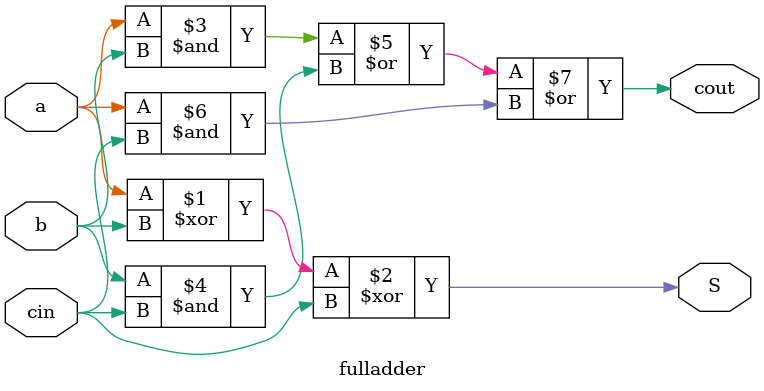
<source format=v>
module fulladder(a,b,cin,S,cout);
    input a;
    input b;
    input cin;
    output S;
    output cout;

    assign S = (a^b^cin);
    assign cout = ((a&b)|(b&cin)|(a&cin));
endmodule

</source>
